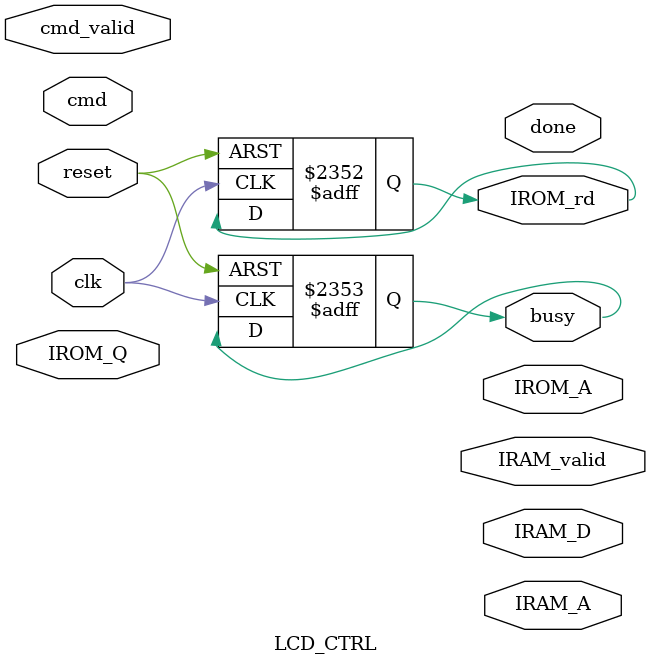
<source format=v>
module LCD_CTRL(clk, reset, cmd, cmd_valid, IROM_Q, IROM_rd, IROM_A, IRAM_valid, IRAM_D, IRAM_A, busy, done);
input clk;
input reset;
input [3:0] cmd;
input cmd_valid;
input [7:0] IROM_Q;
output reg IROM_rd;
output reg [5:0] IROM_A;
output reg IRAM_valid;
output reg [7:0] IRAM_D;
output reg [5:0] IRAM_A;
output reg busy;
output reg done;

reg [3:0] state;
reg [5:0] map [63:0];
integer cnt;

always@(posedge clk or posedge reset)
begin
    if(reset)
    begin
        IROM_rd <= 1;
        cnt <= 0;
        busy <= 1;
    end

    else
    begin
        if(IROM_rd)
        begin
            map[cnt] <= IROM_A;
        end
    end
end

always@(posedge clk)
begin
    
end


endmodule




</source>
